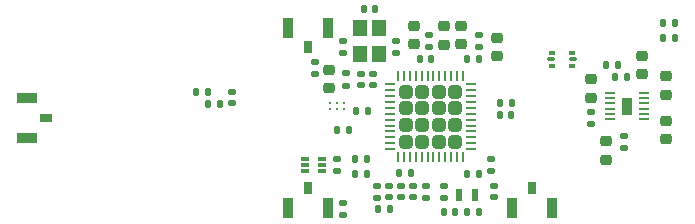
<source format=gbr>
%TF.GenerationSoftware,KiCad,Pcbnew,8.0.1*%
%TF.CreationDate,2024-10-15T00:35:35+02:00*%
%TF.ProjectId,InsuDos,496e7375-446f-4732-9e6b-696361645f70,rev?*%
%TF.SameCoordinates,Original*%
%TF.FileFunction,Paste,Bot*%
%TF.FilePolarity,Positive*%
%FSLAX46Y46*%
G04 Gerber Fmt 4.6, Leading zero omitted, Abs format (unit mm)*
G04 Created by KiCad (PCBNEW 8.0.1) date 2024-10-15 00:35:35*
%MOMM*%
%LPD*%
G01*
G04 APERTURE LIST*
G04 Aperture macros list*
%AMRoundRect*
0 Rectangle with rounded corners*
0 $1 Rounding radius*
0 $2 $3 $4 $5 $6 $7 $8 $9 X,Y pos of 4 corners*
0 Add a 4 corners polygon primitive as box body*
4,1,4,$2,$3,$4,$5,$6,$7,$8,$9,$2,$3,0*
0 Add four circle primitives for the rounded corners*
1,1,$1+$1,$2,$3*
1,1,$1+$1,$4,$5*
1,1,$1+$1,$6,$7*
1,1,$1+$1,$8,$9*
0 Add four rect primitives between the rounded corners*
20,1,$1+$1,$2,$3,$4,$5,0*
20,1,$1+$1,$4,$5,$6,$7,0*
20,1,$1+$1,$6,$7,$8,$9,0*
20,1,$1+$1,$8,$9,$2,$3,0*%
G04 Aperture macros list end*
%ADD10C,0.010000*%
%ADD11RoundRect,0.135000X0.135000X0.185000X-0.135000X0.185000X-0.135000X-0.185000X0.135000X-0.185000X0*%
%ADD12RoundRect,0.135000X0.185000X-0.135000X0.185000X0.135000X-0.185000X0.135000X-0.185000X-0.135000X0*%
%ADD13RoundRect,0.140000X-0.140000X-0.170000X0.140000X-0.170000X0.140000X0.170000X-0.140000X0.170000X0*%
%ADD14R,0.600000X1.100000*%
%ADD15RoundRect,0.093750X0.156250X0.093750X-0.156250X0.093750X-0.156250X-0.093750X0.156250X-0.093750X0*%
%ADD16RoundRect,0.075000X0.250000X0.075000X-0.250000X0.075000X-0.250000X-0.075000X0.250000X-0.075000X0*%
%ADD17RoundRect,0.225000X0.250000X-0.225000X0.250000X0.225000X-0.250000X0.225000X-0.250000X-0.225000X0*%
%ADD18RoundRect,0.218750X-0.256250X0.218750X-0.256250X-0.218750X0.256250X-0.218750X0.256250X0.218750X0*%
%ADD19RoundRect,0.135000X-0.185000X0.135000X-0.185000X-0.135000X0.185000X-0.135000X0.185000X0.135000X0*%
%ADD20RoundRect,0.140000X-0.170000X0.140000X-0.170000X-0.140000X0.170000X-0.140000X0.170000X0.140000X0*%
%ADD21RoundRect,0.135000X-0.135000X-0.185000X0.135000X-0.185000X0.135000X0.185000X-0.135000X0.185000X0*%
%ADD22RoundRect,0.250000X0.315000X-0.315000X0.315000X0.315000X-0.315000X0.315000X-0.315000X-0.315000X0*%
%ADD23RoundRect,0.062500X0.062500X-0.375000X0.062500X0.375000X-0.062500X0.375000X-0.062500X-0.375000X0*%
%ADD24RoundRect,0.062500X0.375000X-0.062500X0.375000X0.062500X-0.375000X0.062500X-0.375000X-0.062500X0*%
%ADD25RoundRect,0.225000X-0.250000X0.225000X-0.250000X-0.225000X0.250000X-0.225000X0.250000X0.225000X0*%
%ADD26RoundRect,0.140000X0.140000X0.170000X-0.140000X0.170000X-0.140000X-0.170000X0.140000X-0.170000X0*%
%ADD27R,0.900000X1.700000*%
%ADD28R,0.800000X1.100000*%
%ADD29R,0.900000X0.260000*%
%ADD30RoundRect,0.140000X0.170000X-0.140000X0.170000X0.140000X-0.170000X0.140000X-0.170000X-0.140000X0*%
%ADD31R,1.700000X0.900000*%
%ADD32R,1.100000X0.800000*%
%ADD33RoundRect,0.147500X0.172500X-0.147500X0.172500X0.147500X-0.172500X0.147500X-0.172500X-0.147500X0*%
%ADD34R,1.150000X1.400000*%
%ADD35RoundRect,0.050800X-0.050800X0.050800X-0.050800X-0.050800X0.050800X-0.050800X0.050800X0.050800X0*%
%ADD36R,0.203200X0.203200*%
%ADD37RoundRect,0.085000X-0.265000X-0.085000X0.265000X-0.085000X0.265000X0.085000X-0.265000X0.085000X0*%
G04 APERTURE END LIST*
D10*
%TO.C,U3*%
X75414259Y-164670403D02*
X74585741Y-164670403D01*
X74585741Y-163329597D01*
X75414259Y-163329597D01*
X75414259Y-164670403D01*
G36*
X75414259Y-164670403D02*
G01*
X74585741Y-164670403D01*
X74585741Y-163329597D01*
X75414259Y-163329597D01*
X75414259Y-164670403D01*
G37*
%TD*%
D11*
%TO.C,R19*%
X55690000Y-169700000D03*
X56710000Y-169700000D03*
%TD*%
D12*
%TO.C,R6*%
X74800000Y-167560000D03*
X74800000Y-166540000D03*
%TD*%
D13*
%TO.C,C7*%
X59520000Y-173000000D03*
X60480000Y-173000000D03*
%TD*%
D14*
%TO.C,Y1*%
X62200000Y-171500000D03*
X60800000Y-171500000D03*
%TD*%
D15*
%TO.C,U1*%
X70400000Y-159512500D03*
D16*
X70475000Y-160050000D03*
D15*
X70400000Y-160587500D03*
X68700000Y-160587500D03*
D16*
X68625000Y-160050000D03*
D15*
X68700000Y-159512500D03*
%TD*%
D17*
%TO.C,C6*%
X49800000Y-162475000D03*
X49800000Y-160925000D03*
%TD*%
D18*
%TO.C,L3*%
X59500000Y-157212500D03*
X59500000Y-158787500D03*
%TD*%
D11*
%TO.C,R10*%
X53010000Y-168500000D03*
X51990000Y-168500000D03*
%TD*%
D19*
%TO.C,R7*%
X53852000Y-170760000D03*
X53852000Y-171780000D03*
%TD*%
D17*
%TO.C,C1*%
X61000000Y-158775000D03*
X61000000Y-157225000D03*
%TD*%
D20*
%TO.C,C23*%
X63500000Y-168520000D03*
X63500000Y-169480000D03*
%TD*%
D21*
%TO.C,R15*%
X73990000Y-161500000D03*
X75010000Y-161500000D03*
%TD*%
D13*
%TO.C,C16*%
X38570000Y-162800000D03*
X39530000Y-162800000D03*
%TD*%
%TO.C,C24*%
X61520000Y-169750000D03*
X62480000Y-169750000D03*
%TD*%
D22*
%TO.C,U4*%
X56300000Y-167000000D03*
X57700000Y-167000000D03*
X59100000Y-167000000D03*
X60500000Y-167000000D03*
X56300000Y-165600000D03*
X57700000Y-165600000D03*
X59100000Y-165600000D03*
X60500000Y-165600000D03*
X56300000Y-164200000D03*
X57700000Y-164200000D03*
X59100000Y-164200000D03*
X60500000Y-164200000D03*
X56300000Y-162800000D03*
X57700000Y-162800000D03*
X59100000Y-162800000D03*
X60500000Y-162800000D03*
D23*
X61150000Y-168337500D03*
X60650000Y-168337500D03*
X60150000Y-168337500D03*
X59650000Y-168337500D03*
X59150000Y-168337500D03*
X58650000Y-168337500D03*
X58150000Y-168337500D03*
X57650000Y-168337500D03*
X57150000Y-168337500D03*
X56650000Y-168337500D03*
X56150000Y-168337500D03*
X55650000Y-168337500D03*
D24*
X54962500Y-167650000D03*
X54962500Y-167150000D03*
X54962500Y-166650000D03*
X54962500Y-166150000D03*
X54962500Y-165650000D03*
X54962500Y-165150000D03*
X54962500Y-164650000D03*
X54962500Y-164150000D03*
X54962500Y-163650000D03*
X54962500Y-163150000D03*
X54962500Y-162650000D03*
X54962500Y-162150000D03*
D23*
X55650000Y-161462500D03*
X56150000Y-161462500D03*
X56650000Y-161462500D03*
X57150000Y-161462500D03*
X57650000Y-161462500D03*
X58150000Y-161462500D03*
X58650000Y-161462500D03*
X59150000Y-161462500D03*
X59650000Y-161462500D03*
X60150000Y-161462500D03*
X60650000Y-161462500D03*
X61150000Y-161462500D03*
D24*
X61837500Y-162150000D03*
X61837500Y-162650000D03*
X61837500Y-163150000D03*
X61837500Y-163650000D03*
X61837500Y-164150000D03*
X61837500Y-164650000D03*
X61837500Y-165150000D03*
X61837500Y-165650000D03*
X61837500Y-166150000D03*
X61837500Y-166650000D03*
X61837500Y-167150000D03*
X61837500Y-167650000D03*
%TD*%
D25*
%TO.C,C39*%
X57000000Y-157225000D03*
X57000000Y-158775000D03*
%TD*%
D26*
%TO.C,C25*%
X53080000Y-164400000D03*
X52120000Y-164400000D03*
%TD*%
D21*
%TO.C,R14*%
X64240000Y-163750000D03*
X65260000Y-163750000D03*
%TD*%
D19*
%TO.C,R21*%
X51000000Y-172240000D03*
X51000000Y-173260000D03*
%TD*%
D20*
%TO.C,C9*%
X50500000Y-168520000D03*
X50500000Y-169480000D03*
%TD*%
D11*
%TO.C,R22*%
X53010000Y-169750000D03*
X51990000Y-169750000D03*
%TD*%
D13*
%TO.C,C26*%
X57520000Y-160000000D03*
X58480000Y-160000000D03*
%TD*%
D11*
%TO.C,R2*%
X79110000Y-157000000D03*
X78090000Y-157000000D03*
%TD*%
D27*
%TO.C,SW1*%
X49700000Y-157380000D03*
X46300000Y-157380000D03*
D28*
X48000000Y-159020000D03*
%TD*%
D26*
%TO.C,C19*%
X53730000Y-155750000D03*
X52770000Y-155750000D03*
%TD*%
D29*
%TO.C,U3*%
X76435000Y-162875000D03*
X76435000Y-163325000D03*
X76435000Y-163775000D03*
X76435000Y-164225000D03*
X76435000Y-164675000D03*
X76435000Y-165125000D03*
X73565000Y-165125000D03*
X73565000Y-164675000D03*
X73565000Y-164225000D03*
X73565000Y-163775000D03*
X73565000Y-163325000D03*
X73565000Y-162875000D03*
%TD*%
D11*
%TO.C,R20*%
X51510000Y-166000000D03*
X50490000Y-166000000D03*
%TD*%
D30*
%TO.C,C18*%
X51000000Y-159480000D03*
X51000000Y-158520000D03*
%TD*%
D19*
%TO.C,R13*%
X62500000Y-157990000D03*
X62500000Y-159010000D03*
%TD*%
D25*
%TO.C,C22*%
X64000000Y-158225000D03*
X64000000Y-159775000D03*
%TD*%
D21*
%TO.C,R23*%
X39540000Y-163800000D03*
X40560000Y-163800000D03*
%TD*%
D19*
%TO.C,TH1*%
X55500000Y-158490000D03*
X55500000Y-159510000D03*
%TD*%
D17*
%TO.C,C30*%
X72000000Y-163275000D03*
X72000000Y-161725000D03*
%TD*%
D20*
%TO.C,C27*%
X63750000Y-170770000D03*
X63750000Y-171730000D03*
%TD*%
D26*
%TO.C,C8*%
X62480000Y-173000000D03*
X61520000Y-173000000D03*
%TD*%
D12*
%TO.C,R16*%
X59500000Y-171760000D03*
X59500000Y-170740000D03*
%TD*%
D20*
%TO.C,C20*%
X55926000Y-170770000D03*
X55926000Y-171730000D03*
%TD*%
%TO.C,C21*%
X56958000Y-170770000D03*
X56958000Y-171730000D03*
%TD*%
D19*
%TO.C,R5*%
X72000000Y-164490000D03*
X72000000Y-165510000D03*
%TD*%
D12*
%TO.C,R12*%
X51250000Y-162260000D03*
X51250000Y-161240000D03*
%TD*%
D25*
%TO.C,C33*%
X76300000Y-159725000D03*
X76300000Y-161275000D03*
%TD*%
D12*
%TO.C,R18*%
X48600000Y-161310000D03*
X48600000Y-160290000D03*
%TD*%
D11*
%TO.C,R8*%
X55010000Y-172700000D03*
X53990000Y-172700000D03*
%TD*%
D31*
%TO.C,SW3*%
X24200000Y-163300000D03*
X24200000Y-166700000D03*
D32*
X25840000Y-165000000D03*
%TD*%
D17*
%TO.C,C40*%
X73250000Y-168525000D03*
X73250000Y-166975000D03*
%TD*%
D33*
%TO.C,L2*%
X58250000Y-158985000D03*
X58250000Y-158015000D03*
%TD*%
D27*
%TO.C,SW2*%
X65300000Y-172600000D03*
X68700000Y-172600000D03*
D28*
X67000000Y-170960000D03*
%TD*%
D34*
%TO.C,Y2*%
X52450000Y-159600000D03*
X52450000Y-157400000D03*
X54050000Y-157400000D03*
X54050000Y-159600000D03*
%TD*%
D35*
%TO.C,FL1*%
X49913001Y-163746000D03*
D36*
X50500000Y-163746000D03*
D35*
X51086999Y-163746000D03*
D36*
X51086999Y-164254000D03*
X50500000Y-164254000D03*
X49913001Y-164254000D03*
%TD*%
D27*
%TO.C,SW4*%
X46300000Y-172600000D03*
X49700000Y-172600000D03*
D28*
X48000000Y-170960000D03*
%TD*%
D30*
%TO.C,C4*%
X52500000Y-162230000D03*
X52500000Y-161270000D03*
%TD*%
D25*
%TO.C,C32*%
X78300000Y-161475000D03*
X78300000Y-163025000D03*
%TD*%
D20*
%TO.C,C34*%
X54894000Y-170770000D03*
X54894000Y-171730000D03*
%TD*%
D17*
%TO.C,C31*%
X78300000Y-166825000D03*
X78300000Y-165275000D03*
%TD*%
D13*
%TO.C,C5*%
X78120000Y-158200000D03*
X79080000Y-158200000D03*
%TD*%
D37*
%TO.C,U2*%
X47750000Y-169500000D03*
X47750000Y-169000000D03*
X47750000Y-168500000D03*
X49250000Y-168500000D03*
X49250000Y-169000000D03*
X49250000Y-169500000D03*
%TD*%
D13*
%TO.C,C36*%
X61520000Y-160000000D03*
X62480000Y-160000000D03*
%TD*%
D30*
%TO.C,C17*%
X41550000Y-163780000D03*
X41550000Y-162820000D03*
%TD*%
D19*
%TO.C,R11*%
X58000000Y-170760000D03*
X58000000Y-171780000D03*
%TD*%
D13*
%TO.C,C2*%
X64270000Y-164750000D03*
X65230000Y-164750000D03*
%TD*%
D11*
%TO.C,R17*%
X74260000Y-160500000D03*
X73240000Y-160500000D03*
%TD*%
D30*
%TO.C,C3*%
X53500000Y-162230000D03*
X53500000Y-161270000D03*
%TD*%
M02*

</source>
